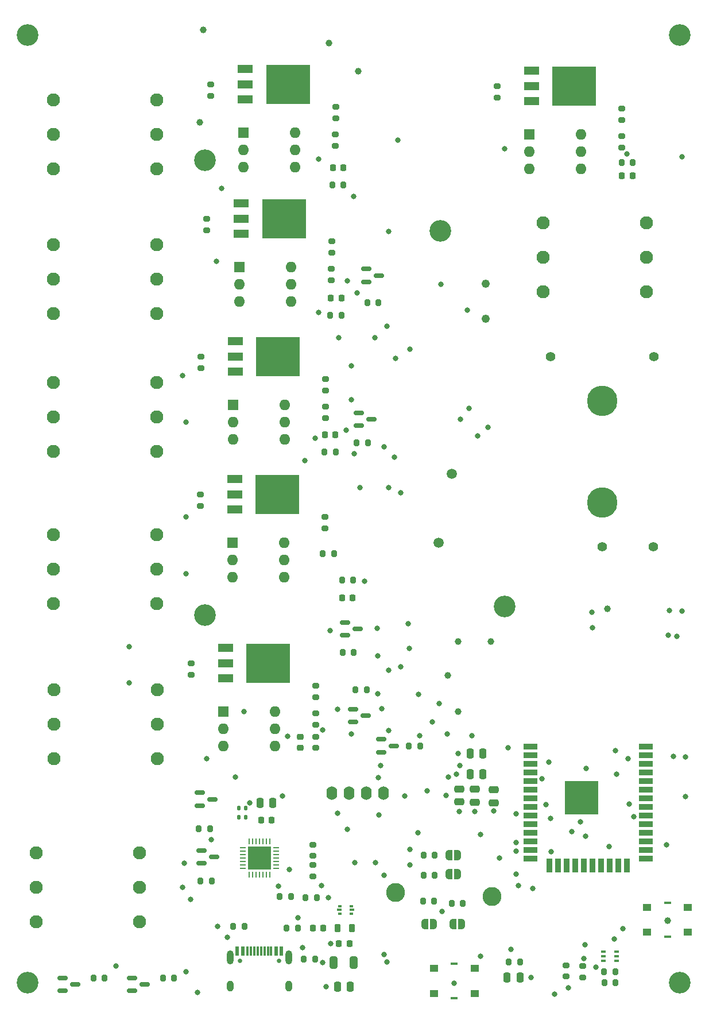
<source format=gbr>
%TF.GenerationSoftware,KiCad,Pcbnew,(6.0.5)*%
%TF.CreationDate,2022-06-11T17:07:28+01:00*%
%TF.ProjectId,heating-controller-esp32,68656174-696e-4672-9d63-6f6e74726f6c,rev?*%
%TF.SameCoordinates,Original*%
%TF.FileFunction,Soldermask,Top*%
%TF.FilePolarity,Negative*%
%FSLAX46Y46*%
G04 Gerber Fmt 4.6, Leading zero omitted, Abs format (unit mm)*
G04 Created by KiCad (PCBNEW (6.0.5)) date 2022-06-11 17:07:28*
%MOMM*%
%LPD*%
G01*
G04 APERTURE LIST*
G04 Aperture macros list*
%AMRoundRect*
0 Rectangle with rounded corners*
0 $1 Rounding radius*
0 $2 $3 $4 $5 $6 $7 $8 $9 X,Y pos of 4 corners*
0 Add a 4 corners polygon primitive as box body*
4,1,4,$2,$3,$4,$5,$6,$7,$8,$9,$2,$3,0*
0 Add four circle primitives for the rounded corners*
1,1,$1+$1,$2,$3*
1,1,$1+$1,$4,$5*
1,1,$1+$1,$6,$7*
1,1,$1+$1,$8,$9*
0 Add four rect primitives between the rounded corners*
20,1,$1+$1,$2,$3,$4,$5,0*
20,1,$1+$1,$4,$5,$6,$7,0*
20,1,$1+$1,$6,$7,$8,$9,0*
20,1,$1+$1,$8,$9,$2,$3,0*%
%AMFreePoly0*
4,1,22,0.500000,-0.750000,0.000000,-0.750000,0.000000,-0.745033,-0.079941,-0.743568,-0.215256,-0.701293,-0.333266,-0.622738,-0.424486,-0.514219,-0.481581,-0.384460,-0.499164,-0.250000,-0.500000,-0.250000,-0.500000,0.250000,-0.499164,0.250000,-0.499963,0.256109,-0.478152,0.396186,-0.417904,0.524511,-0.324060,0.630769,-0.204165,0.706417,-0.067858,0.745374,0.000000,0.744959,0.000000,0.750000,
0.500000,0.750000,0.500000,-0.750000,0.500000,-0.750000,$1*%
%AMFreePoly1*
4,1,20,0.000000,0.744959,0.073905,0.744508,0.209726,0.703889,0.328688,0.626782,0.421226,0.519385,0.479903,0.390333,0.500000,0.250000,0.500000,-0.250000,0.499851,-0.262216,0.476331,-0.402017,0.414519,-0.529596,0.319384,-0.634700,0.198574,-0.708877,0.061801,-0.746166,0.000000,-0.745033,0.000000,-0.750000,-0.500000,-0.750000,-0.500000,0.750000,0.000000,0.750000,0.000000,0.744959,
0.000000,0.744959,$1*%
G04 Aperture macros list end*
%ADD10C,3.200000*%
%ADD11FreePoly0,180.000000*%
%ADD12FreePoly1,180.000000*%
%ADD13C,1.950000*%
%ADD14RoundRect,0.200000X-0.200000X-0.275000X0.200000X-0.275000X0.200000X0.275000X-0.200000X0.275000X0*%
%ADD15RoundRect,0.150000X-0.587500X-0.150000X0.587500X-0.150000X0.587500X0.150000X-0.587500X0.150000X0*%
%ADD16RoundRect,0.200000X0.200000X0.275000X-0.200000X0.275000X-0.200000X-0.275000X0.200000X-0.275000X0*%
%ADD17R,2.000000X0.900000*%
%ADD18R,0.900000X2.000000*%
%ADD19R,5.000000X5.000000*%
%ADD20C,1.400000*%
%ADD21C,4.500000*%
%ADD22C,2.800000*%
%ADD23RoundRect,0.200000X-0.275000X0.200000X-0.275000X-0.200000X0.275000X-0.200000X0.275000X0.200000X0*%
%ADD24FreePoly1,0.000000*%
%ADD25FreePoly0,0.000000*%
%ADD26RoundRect,0.218750X-0.218750X-0.256250X0.218750X-0.256250X0.218750X0.256250X-0.218750X0.256250X0*%
%ADD27RoundRect,0.218750X-0.256250X0.218750X-0.256250X-0.218750X0.256250X-0.218750X0.256250X0.218750X0*%
%ADD28RoundRect,0.218750X0.218750X0.256250X-0.218750X0.256250X-0.218750X-0.256250X0.218750X-0.256250X0*%
%ADD29O,1.600000X2.000000*%
%ADD30RoundRect,0.250000X0.250000X0.475000X-0.250000X0.475000X-0.250000X-0.475000X0.250000X-0.475000X0*%
%ADD31R,2.200000X1.200000*%
%ADD32R,6.400000X5.800000*%
%ADD33R,1.600000X1.600000*%
%ADD34O,1.600000X1.600000*%
%ADD35O,1.000000X2.100000*%
%ADD36O,1.000000X1.600000*%
%ADD37R,0.600000X1.450000*%
%ADD38R,0.300000X1.450000*%
%ADD39C,0.650000*%
%ADD40RoundRect,0.200000X0.275000X-0.200000X0.275000X0.200000X-0.275000X0.200000X-0.275000X-0.200000X0*%
%ADD41RoundRect,0.225000X0.225000X0.250000X-0.225000X0.250000X-0.225000X-0.250000X0.225000X-0.250000X0*%
%ADD42C,1.217000*%
%ADD43RoundRect,0.218750X0.218750X0.381250X-0.218750X0.381250X-0.218750X-0.381250X0.218750X-0.381250X0*%
%ADD44R,0.650000X0.400000*%
%ADD45R,1.000000X0.450000*%
%ADD46R,1.200000X1.100000*%
%ADD47C,1.515000*%
%ADD48RoundRect,0.250000X0.325000X0.650000X-0.325000X0.650000X-0.325000X-0.650000X0.325000X-0.650000X0*%
%ADD49RoundRect,0.250000X0.475000X-0.250000X0.475000X0.250000X-0.475000X0.250000X-0.475000X-0.250000X0*%
%ADD50RoundRect,0.135000X-0.135000X-0.185000X0.135000X-0.185000X0.135000X0.185000X-0.135000X0.185000X0*%
%ADD51R,0.500000X0.375000*%
%ADD52R,0.650000X0.300000*%
%ADD53RoundRect,0.135000X0.135000X0.185000X-0.135000X0.185000X-0.135000X-0.185000X0.135000X-0.185000X0*%
%ADD54RoundRect,0.250000X-0.250000X-0.475000X0.250000X-0.475000X0.250000X0.475000X-0.250000X0.475000X0*%
%ADD55R,3.350000X3.350000*%
%ADD56RoundRect,0.062500X0.062500X0.337500X-0.062500X0.337500X-0.062500X-0.337500X0.062500X-0.337500X0*%
%ADD57RoundRect,0.062500X0.337500X0.062500X-0.337500X0.062500X-0.337500X-0.062500X0.337500X-0.062500X0*%
%ADD58RoundRect,0.250000X-0.475000X0.250000X-0.475000X-0.250000X0.475000X-0.250000X0.475000X0.250000X0*%
%ADD59C,1.000000*%
%ADD60C,0.800000*%
G04 APERTURE END LIST*
D10*
%TO.C,H8*%
X74295000Y-60579000D03*
%TD*%
%TO.C,H7*%
X39624000Y-117221000D03*
%TD*%
%TO.C,H6*%
X83820000Y-115951000D03*
%TD*%
%TO.C,H5*%
X39624000Y-50165000D03*
%TD*%
%TO.C,H4*%
X109601000Y-31750000D03*
%TD*%
%TO.C,H3*%
X109601000Y-171450000D03*
%TD*%
%TO.C,H2*%
X13462000Y-171450000D03*
%TD*%
%TO.C,H1*%
X13462000Y-31750000D03*
%TD*%
D11*
%TO.C,JP3*%
X76876520Y-155474520D03*
D12*
X75576520Y-155474520D03*
%TD*%
D13*
%TO.C,J9*%
X17222000Y-41275000D03*
X32462000Y-41275000D03*
X17222000Y-46355000D03*
X32462000Y-46355000D03*
X17222000Y-51435000D03*
X32462000Y-51435000D03*
%TD*%
%TO.C,J8*%
X17349000Y-128270000D03*
X32589000Y-128270000D03*
X17349000Y-133350000D03*
X32589000Y-133350000D03*
X17349000Y-138430000D03*
X32589000Y-138430000D03*
%TD*%
%TO.C,J7*%
X17222000Y-105410000D03*
X32462000Y-105410000D03*
X17222000Y-110490000D03*
X32462000Y-110490000D03*
X17222000Y-115570000D03*
X32462000Y-115570000D03*
%TD*%
%TO.C,J6*%
X17222000Y-82931000D03*
X32462000Y-82931000D03*
X17222000Y-88011000D03*
X32462000Y-88011000D03*
X17222000Y-93091000D03*
X32462000Y-93091000D03*
%TD*%
%TO.C,J5*%
X17222000Y-62611000D03*
X32462000Y-62611000D03*
X17222000Y-67691000D03*
X32462000Y-67691000D03*
X17222000Y-72771000D03*
X32462000Y-72771000D03*
%TD*%
%TO.C,J4*%
X104698000Y-69596000D03*
X89458000Y-69596000D03*
X104698000Y-64516000D03*
X89458000Y-64516000D03*
X104698000Y-59436000D03*
X89458000Y-59436000D03*
%TD*%
%TO.C,J3*%
X29972000Y-162433000D03*
X14732000Y-162433000D03*
X29972000Y-157353000D03*
X14732000Y-157353000D03*
X29972000Y-152273000D03*
X14732000Y-152273000D03*
%TD*%
D14*
%TO.C,R51*%
X23134500Y-170734000D03*
X24784500Y-170734000D03*
%TD*%
%TO.C,R50*%
X33379000Y-170734000D03*
X35029000Y-170734000D03*
%TD*%
D15*
%TO.C,D21*%
X18572000Y-170754000D03*
X18572000Y-172654000D03*
X20447000Y-171704000D03*
%TD*%
%TO.C,D20*%
X28816500Y-170754000D03*
X28816500Y-172654000D03*
X30691500Y-171704000D03*
%TD*%
D16*
%TO.C,R13*%
X54420000Y-158877000D03*
X56070000Y-158877000D03*
%TD*%
%TO.C,R33*%
X71310000Y-136525000D03*
X69660000Y-136525000D03*
%TD*%
D15*
%TO.C,D9*%
X65610500Y-135575000D03*
X65610500Y-137475000D03*
X67485500Y-136525000D03*
%TD*%
D17*
%TO.C,U1*%
X87639000Y-136652000D03*
X87639000Y-137922000D03*
X87639000Y-139192000D03*
X87639000Y-140462000D03*
X87639000Y-141732000D03*
X87639000Y-143002000D03*
X87639000Y-144272000D03*
X87639000Y-145542000D03*
X87639000Y-146812000D03*
X87639000Y-148082000D03*
X87639000Y-149352000D03*
X87639000Y-150622000D03*
X87639000Y-151892000D03*
X87639000Y-153162000D03*
D18*
X90424000Y-154162000D03*
X91694000Y-154162000D03*
X92964000Y-154162000D03*
X94234000Y-154162000D03*
X95504000Y-154162000D03*
X96774000Y-154162000D03*
X98044000Y-154162000D03*
X99314000Y-154162000D03*
X100584000Y-154162000D03*
X101854000Y-154162000D03*
D17*
X104639000Y-153162000D03*
X104639000Y-151892000D03*
X104639000Y-150622000D03*
X104639000Y-149352000D03*
X104639000Y-148082000D03*
X104639000Y-146812000D03*
X104639000Y-145542000D03*
X104639000Y-144272000D03*
X104639000Y-143002000D03*
X104639000Y-141732000D03*
X104639000Y-140462000D03*
X104639000Y-139192000D03*
X104639000Y-137922000D03*
X104639000Y-136652000D03*
D19*
X95139000Y-144152000D03*
%TD*%
D20*
%TO.C,PS1*%
X98151000Y-107197000D03*
X105751000Y-107197000D03*
X105771000Y-79197000D03*
X90571000Y-79197000D03*
D21*
X98171000Y-100697000D03*
X98171000Y-85697000D03*
%TD*%
D22*
%TO.C,TP2*%
X67691000Y-158115000D03*
%TD*%
%TO.C,TP1*%
X81915000Y-158750000D03*
%TD*%
D14*
%TO.C,R49*%
X101029000Y-50546000D03*
X102679000Y-50546000D03*
%TD*%
%TO.C,R48*%
X58369500Y-53866000D03*
X60019500Y-53866000D03*
%TD*%
D23*
%TO.C,R47*%
X55958000Y-135195000D03*
X55958000Y-136845000D03*
%TD*%
D16*
%TO.C,R46*%
X61444000Y-112131000D03*
X59794000Y-112131000D03*
%TD*%
D14*
%TO.C,R45*%
X57214000Y-93218000D03*
X58864000Y-93218000D03*
%TD*%
%TO.C,R44*%
X58063000Y-73035000D03*
X59713000Y-73035000D03*
%TD*%
%TO.C,R43*%
X77622520Y-159792520D03*
X75972520Y-159792520D03*
%TD*%
%TO.C,R42*%
X73383520Y-159462520D03*
X71733520Y-159462520D03*
%TD*%
D24*
%TO.C,JP4*%
X77485000Y-162814000D03*
D25*
X76185000Y-162814000D03*
%TD*%
D24*
%TO.C,JP1*%
X73294000Y-162814000D03*
D25*
X71994000Y-162814000D03*
%TD*%
D26*
%TO.C,D19*%
X101066500Y-52451000D03*
X102641500Y-52451000D03*
%TD*%
%TO.C,D18*%
X58447000Y-51316000D03*
X60022000Y-51316000D03*
%TD*%
D27*
%TO.C,D17*%
X53672000Y-135232500D03*
X53672000Y-136807500D03*
%TD*%
D28*
%TO.C,D16*%
X61366500Y-114681000D03*
X59791500Y-114681000D03*
%TD*%
D26*
%TO.C,D15*%
X57251500Y-90678000D03*
X58826500Y-90678000D03*
%TD*%
%TO.C,D14*%
X58140500Y-70485000D03*
X59715500Y-70485000D03*
%TD*%
D29*
%TO.C,Brd1*%
X60850000Y-143498000D03*
X58310000Y-143498000D03*
X63390000Y-143498000D03*
X65930000Y-143498000D03*
%TD*%
D30*
%TO.C,C9*%
X47691000Y-144907000D03*
X49591000Y-144907000D03*
%TD*%
D16*
%TO.C,R23*%
X54166000Y-167946000D03*
X55816000Y-167946000D03*
%TD*%
D15*
%TO.C,D5*%
X39067500Y-151958000D03*
X39067500Y-153858000D03*
X40942500Y-152908000D03*
%TD*%
%TO.C,D13*%
X61419500Y-131130000D03*
X61419500Y-133030000D03*
X63294500Y-132080000D03*
%TD*%
D14*
%TO.C,R14*%
X38672000Y-148717000D03*
X40322000Y-148717000D03*
%TD*%
D23*
%TO.C,R39*%
X82677000Y-39307000D03*
X82677000Y-40957000D03*
%TD*%
D31*
%TO.C,D4*%
X43968000Y-97160000D03*
X43968000Y-99440000D03*
X43968000Y-101720000D03*
D32*
X50268000Y-99440000D03*
%TD*%
D15*
%TO.C,D8*%
X62308500Y-87442000D03*
X62308500Y-89342000D03*
X64183500Y-88392000D03*
%TD*%
D33*
%TO.C,U9*%
X45255000Y-46100000D03*
D34*
X45255000Y-48640000D03*
X45255000Y-51180000D03*
X52875000Y-51180000D03*
X52875000Y-48640000D03*
X52875000Y-46100000D03*
%TD*%
D35*
%TO.C,J11*%
X43305000Y-167737000D03*
D36*
X43305000Y-171917000D03*
X51945000Y-171917000D03*
D35*
X51945000Y-167737000D03*
D37*
X44375000Y-166822000D03*
X45175000Y-166822000D03*
D38*
X45875000Y-166822000D03*
X46875000Y-166822000D03*
X48375000Y-166822000D03*
X49375000Y-166822000D03*
D37*
X50075000Y-166822000D03*
X50875000Y-166822000D03*
X50875000Y-166822000D03*
X50075000Y-166822000D03*
D38*
X48875000Y-166822000D03*
X47875000Y-166822000D03*
X47375000Y-166822000D03*
X46375000Y-166822000D03*
D37*
X45175000Y-166822000D03*
X44375000Y-166822000D03*
D39*
X50515000Y-168267000D03*
X44735000Y-168267000D03*
%TD*%
D40*
%TO.C,R1*%
X92863520Y-168873520D03*
X92863520Y-170523520D03*
%TD*%
D23*
%TO.C,R36*%
X40469000Y-39052000D03*
X40469000Y-40702000D03*
%TD*%
D41*
%TO.C,C10*%
X47866000Y-147447000D03*
X49416000Y-147447000D03*
%TD*%
D12*
%TO.C,JP2*%
X75576520Y-152680520D03*
D11*
X76876520Y-152680520D03*
%TD*%
D23*
%TO.C,R28*%
X55904000Y-131762000D03*
X55904000Y-133412000D03*
%TD*%
D42*
%TO.C,F2*%
X81026000Y-68443000D03*
X81026000Y-73543000D03*
%TD*%
D41*
%TO.C,C11*%
X59348000Y-165660000D03*
X60898000Y-165660000D03*
%TD*%
D40*
%TO.C,R17*%
X58293000Y-63817000D03*
X58293000Y-62167000D03*
%TD*%
D30*
%TO.C,C6*%
X78679000Y-140716000D03*
X80579000Y-140716000D03*
%TD*%
D43*
%TO.C,FB1*%
X59135500Y-163374000D03*
X61260500Y-163374000D03*
%TD*%
D16*
%TO.C,R8*%
X71845520Y-155601520D03*
X73495520Y-155601520D03*
%TD*%
D44*
%TO.C,Q1*%
X100290520Y-166889520D03*
X100290520Y-167539520D03*
X100290520Y-168189520D03*
X98390520Y-168189520D03*
X98390520Y-167539520D03*
X98390520Y-166889520D03*
%TD*%
D33*
%TO.C,U4*%
X44664000Y-65913000D03*
D34*
X44664000Y-68453000D03*
X44664000Y-70993000D03*
X52284000Y-70993000D03*
X52284000Y-68453000D03*
X52284000Y-65913000D03*
%TD*%
D14*
%TO.C,R3*%
X100111520Y-169825520D03*
X98461520Y-169825520D03*
%TD*%
%TO.C,R24*%
X53276000Y-163374000D03*
X51626000Y-163374000D03*
%TD*%
D23*
%TO.C,R29*%
X37548000Y-124396000D03*
X37548000Y-126046000D03*
%TD*%
D45*
%TO.C,J1*%
X107823000Y-159654000D03*
X107823000Y-164704000D03*
D46*
X110823000Y-160329000D03*
X110823000Y-164029000D03*
X104823000Y-160329000D03*
X104823000Y-164029000D03*
%TD*%
D45*
%TO.C,J2*%
X76353520Y-168671000D03*
X76353520Y-173721000D03*
D46*
X79353520Y-169346000D03*
X79353520Y-173046000D03*
X73353520Y-169346000D03*
X73353520Y-173046000D03*
%TD*%
D31*
%TO.C,D12*%
X87748000Y-36963000D03*
X87748000Y-39243000D03*
X87748000Y-41523000D03*
D32*
X94048000Y-39243000D03*
%TD*%
D23*
%TO.C,R15*%
X58234000Y-66231000D03*
X58234000Y-67881000D03*
%TD*%
D14*
%TO.C,R31*%
X63530000Y-71186000D03*
X65180000Y-71186000D03*
%TD*%
D23*
%TO.C,R18*%
X57354000Y-86551000D03*
X57354000Y-88201000D03*
%TD*%
D40*
%TO.C,R30*%
X55963000Y-129348000D03*
X55963000Y-127698000D03*
%TD*%
D23*
%TO.C,R19*%
X38998000Y-79185000D03*
X38998000Y-80835000D03*
%TD*%
D33*
%TO.C,U7*%
X43683000Y-106552000D03*
D34*
X43683000Y-109092000D03*
X43683000Y-111632000D03*
X51303000Y-111632000D03*
X51303000Y-109092000D03*
X51303000Y-106552000D03*
%TD*%
D47*
%TO.C,F1*%
X74041000Y-106553000D03*
X76041000Y-96393000D03*
%TD*%
D14*
%TO.C,R41*%
X61786000Y-128270000D03*
X63436000Y-128270000D03*
%TD*%
D40*
%TO.C,R5*%
X55499000Y-154103000D03*
X55499000Y-155753000D03*
%TD*%
D31*
%TO.C,D6*%
X42619000Y-122052000D03*
X42619000Y-124332000D03*
X42619000Y-126612000D03*
D32*
X48919000Y-124332000D03*
%TD*%
D23*
%TO.C,R22*%
X38897000Y-99504000D03*
X38897000Y-101154000D03*
%TD*%
D48*
%TO.C,C12*%
X58596000Y-168454000D03*
X61546000Y-168454000D03*
%TD*%
D14*
%TO.C,R26*%
X38926000Y-156464000D03*
X40576000Y-156464000D03*
%TD*%
D49*
%TO.C,C5*%
X79375000Y-142941000D03*
X79375000Y-144841000D03*
%TD*%
D40*
%TO.C,R37*%
X58884000Y-44004000D03*
X58884000Y-42354000D03*
%TD*%
D15*
%TO.C,D7*%
X63403000Y-66233000D03*
X63403000Y-68133000D03*
X65278000Y-67183000D03*
%TD*%
D14*
%TO.C,R32*%
X61981000Y-91872000D03*
X63631000Y-91872000D03*
%TD*%
D49*
%TO.C,C2*%
X82195520Y-143033520D03*
X82195520Y-144933520D03*
%TD*%
D33*
%TO.C,U10*%
X87463000Y-46355000D03*
D34*
X87463000Y-48895000D03*
X87463000Y-51435000D03*
X95083000Y-51435000D03*
X95083000Y-48895000D03*
X95083000Y-46355000D03*
%TD*%
D14*
%TO.C,R4*%
X86068520Y-168428520D03*
X84418520Y-168428520D03*
%TD*%
D23*
%TO.C,R38*%
X101033000Y-46673000D03*
X101033000Y-48323000D03*
%TD*%
%TO.C,R35*%
X58825000Y-46418000D03*
X58825000Y-48068000D03*
%TD*%
D16*
%TO.C,R25*%
X43752000Y-163120000D03*
X45402000Y-163120000D03*
%TD*%
D23*
%TO.C,R6*%
X55499000Y-152769000D03*
X55499000Y-151119000D03*
%TD*%
D30*
%TO.C,C7*%
X78679000Y-137668000D03*
X80579000Y-137668000D03*
%TD*%
D23*
%TO.C,R16*%
X39878000Y-58865000D03*
X39878000Y-60515000D03*
%TD*%
D40*
%TO.C,R40*%
X101092000Y-44259000D03*
X101092000Y-42609000D03*
%TD*%
D15*
%TO.C,D10*%
X60228000Y-118363250D03*
X60228000Y-120263250D03*
X62103000Y-119313250D03*
%TD*%
D40*
%TO.C,R11*%
X95276520Y-169000520D03*
X95276520Y-170650520D03*
%TD*%
D14*
%TO.C,R34*%
X59900500Y-122793250D03*
X61550500Y-122793250D03*
%TD*%
D50*
%TO.C,R9*%
X45593000Y-147066000D03*
X44573000Y-147066000D03*
%TD*%
D15*
%TO.C,D1*%
X38813500Y-143449000D03*
X38813500Y-145349000D03*
X40688500Y-144399000D03*
%TD*%
D51*
%TO.C,U5*%
X59475000Y-161244500D03*
D52*
X59400000Y-160707000D03*
D51*
X59475000Y-160169500D03*
X61175000Y-160169500D03*
D52*
X61250000Y-160707000D03*
D51*
X61175000Y-161244500D03*
%TD*%
D30*
%TO.C,C4*%
X59121000Y-172010000D03*
X61021000Y-172010000D03*
%TD*%
D31*
%TO.C,D11*%
X45540000Y-36708000D03*
X45540000Y-38988000D03*
X45540000Y-41268000D03*
D32*
X51840000Y-38988000D03*
%TD*%
D53*
%TO.C,R10*%
X44573000Y-145669000D03*
X45593000Y-145669000D03*
%TD*%
D33*
%TO.C,U8*%
X42334000Y-131444000D03*
D34*
X42334000Y-133984000D03*
X42334000Y-136524000D03*
X49954000Y-136524000D03*
X49954000Y-133984000D03*
X49954000Y-131444000D03*
%TD*%
D16*
%TO.C,R21*%
X58610000Y-108204000D03*
X56960000Y-108204000D03*
%TD*%
D14*
%TO.C,R2*%
X100165520Y-171476520D03*
X98515520Y-171476520D03*
%TD*%
D41*
%TO.C,C8*%
X55486000Y-163374000D03*
X57036000Y-163374000D03*
%TD*%
D33*
%TO.C,U6*%
X43784000Y-86233000D03*
D34*
X43784000Y-88773000D03*
X43784000Y-91313000D03*
X51404000Y-91313000D03*
X51404000Y-88773000D03*
X51404000Y-86233000D03*
%TD*%
D16*
%TO.C,R7*%
X71845520Y-152680520D03*
X73495520Y-152680520D03*
%TD*%
D54*
%TO.C,C1*%
X86066520Y-170714520D03*
X84166520Y-170714520D03*
%TD*%
D31*
%TO.C,D2*%
X44949000Y-56521000D03*
X44949000Y-58801000D03*
X44949000Y-61081000D03*
D32*
X51249000Y-58801000D03*
%TD*%
D40*
%TO.C,R27*%
X57312000Y-104456000D03*
X57312000Y-102806000D03*
%TD*%
%TO.C,R20*%
X57413000Y-84137000D03*
X57413000Y-82487000D03*
%TD*%
D16*
%TO.C,R12*%
X50610000Y-158750000D03*
X52260000Y-158750000D03*
%TD*%
D55*
%TO.C,U2*%
X47625000Y-153087000D03*
D56*
X49125000Y-155537000D03*
X48625000Y-155537000D03*
X48125000Y-155537000D03*
X47625000Y-155537000D03*
X47125000Y-155537000D03*
X46625000Y-155537000D03*
X46125000Y-155537000D03*
D57*
X45175000Y-154587000D03*
X45175000Y-154087000D03*
X45175000Y-153587000D03*
X45175000Y-153087000D03*
X45175000Y-152587000D03*
X45175000Y-152087000D03*
X45175000Y-151587000D03*
D56*
X46125000Y-150637000D03*
X46625000Y-150637000D03*
X47125000Y-150637000D03*
X47625000Y-150637000D03*
X48125000Y-150637000D03*
X48625000Y-150637000D03*
X49125000Y-150637000D03*
D57*
X50075000Y-151587000D03*
X50075000Y-152087000D03*
X50075000Y-152587000D03*
X50075000Y-153087000D03*
X50075000Y-153587000D03*
X50075000Y-154087000D03*
X50075000Y-154587000D03*
%TD*%
D31*
%TO.C,D3*%
X44069000Y-76841000D03*
X44069000Y-79121000D03*
X44069000Y-81401000D03*
D32*
X50369000Y-79121000D03*
%TD*%
D58*
%TO.C,C3*%
X77089000Y-144780000D03*
X77089000Y-142880000D03*
%TD*%
D59*
X75438000Y-126111000D03*
X39370000Y-30988000D03*
X38862000Y-44577000D03*
D60*
X93662500Y-149161500D03*
X37465000Y-159131000D03*
X36322000Y-157353000D03*
X36830000Y-169799000D03*
X66040000Y-155575000D03*
X69850000Y-154051000D03*
X69850000Y-151765000D03*
X60579000Y-148844000D03*
X65214500Y-146748500D03*
X26515500Y-168973500D03*
X72390000Y-143129000D03*
X74168000Y-130302000D03*
X80264000Y-167513000D03*
X51054000Y-143891000D03*
X36515000Y-153858000D03*
X75120500Y-143827500D03*
X74549000Y-160909000D03*
X55880000Y-91186000D03*
X101854000Y-49276000D03*
X109982000Y-49657000D03*
X83820000Y-48514000D03*
X68072000Y-47244000D03*
X56370511Y-50055489D03*
X60629750Y-67995750D03*
X41318500Y-65107500D03*
X42037000Y-54356000D03*
X78295500Y-72326500D03*
X74422000Y-68453000D03*
X81366561Y-89575439D03*
X78572561Y-86781439D03*
X79819500Y-90868500D03*
X77302202Y-88351202D03*
X69809561Y-78018439D03*
X67691000Y-79375000D03*
X64643000Y-76327000D03*
X66444061Y-74652939D03*
X66675000Y-60706000D03*
X61531500Y-55562500D03*
X61214000Y-80518000D03*
X62039500Y-69786500D03*
X61214000Y-85471000D03*
X60388500Y-89979500D03*
X62484000Y-98425000D03*
X64960500Y-119189500D03*
X58039000Y-119507000D03*
X69532500Y-118554500D03*
X69723000Y-122174000D03*
D59*
X76962000Y-121158000D03*
X81788000Y-121158000D03*
X76962000Y-131445000D03*
X98933000Y-116332000D03*
D60*
X50419000Y-157226000D03*
X101219000Y-163449000D03*
X93218000Y-172212000D03*
X84709000Y-166497000D03*
X64706500Y-153733500D03*
X61658500Y-153733500D03*
X65087500Y-128841500D03*
X65087500Y-123253500D03*
X66040000Y-92456000D03*
X66675000Y-98425000D03*
X66675000Y-125349000D03*
X101981000Y-138430000D03*
X100139500Y-137223500D03*
X71247000Y-135001000D03*
X102171500Y-145097500D03*
X85471000Y-146558000D03*
X89916000Y-145161000D03*
X89281000Y-141351000D03*
X77216000Y-139446000D03*
X78994000Y-135001000D03*
X71120000Y-128905000D03*
X63119000Y-112268000D03*
X73152000Y-132969000D03*
X69088000Y-143891000D03*
X85471000Y-152019000D03*
X85471000Y-150749000D03*
X80264000Y-149606000D03*
X75501500Y-141160500D03*
X65659000Y-131064000D03*
X66675000Y-134239000D03*
X61214000Y-134747000D03*
X65532000Y-139446000D03*
X65151000Y-141224000D03*
X56974000Y-134179000D03*
X99187000Y-151384000D03*
X90551000Y-147193000D03*
X83058000Y-153035000D03*
X85471000Y-155448000D03*
X70993000Y-149352000D03*
X75311000Y-134747000D03*
X59309000Y-76327000D03*
X56388000Y-72644000D03*
X36830000Y-88773000D03*
X36322000Y-81915000D03*
X36830000Y-111125000D03*
X36830000Y-102743000D03*
X61595000Y-93472000D03*
X54356000Y-94488000D03*
X67564000Y-93980000D03*
X68453000Y-99187000D03*
X68453000Y-124841000D03*
X90297000Y-138938000D03*
X94932500Y-147764500D03*
X95821500Y-139890500D03*
X85852000Y-157099000D03*
X95758000Y-149860000D03*
X100330000Y-140716000D03*
X87947500Y-157543500D03*
X102870000Y-146939000D03*
X38481000Y-172847000D03*
X40513000Y-150368000D03*
X39878000Y-138430000D03*
X46228000Y-144907000D03*
X52006500Y-154749500D03*
X42862500Y-164782500D03*
X41454000Y-163120000D03*
X44069000Y-141097000D03*
X84328000Y-136779000D03*
X66421000Y-168402000D03*
X66040000Y-167259000D03*
X57785000Y-158877000D03*
X56769000Y-157099000D03*
X91186000Y-173101000D03*
X99949000Y-164973000D03*
X95631000Y-165862000D03*
X107696000Y-151130000D03*
X108712000Y-138049000D03*
X107886500Y-120205500D03*
X108077000Y-116586000D03*
X28448000Y-127254000D03*
X28448000Y-121920000D03*
X45339000Y-131445000D03*
X59116000Y-131130000D03*
X51816000Y-135128000D03*
X87730480Y-170714520D03*
X95504000Y-167894000D03*
X97282000Y-169164000D03*
D59*
X107823000Y-162306000D03*
X57912000Y-32893000D03*
X62230000Y-37084000D03*
D60*
X110490000Y-144018000D03*
X110490000Y-138176000D03*
X109220000Y-120396000D03*
X109918500Y-116649500D03*
X96647000Y-116840000D03*
X96774000Y-119126000D03*
X59118500Y-146494500D03*
X76353520Y-171550480D03*
X57479000Y-172010000D03*
X53975000Y-166243000D03*
X53276000Y-161862000D03*
X58114000Y-165660000D03*
X56971000Y-168454000D03*
X90678000Y-152146000D03*
X77089000Y-146177000D03*
X79375000Y-146177000D03*
X82195520Y-146150480D03*
X76962000Y-137668000D03*
X76708000Y-140716000D03*
M02*

</source>
